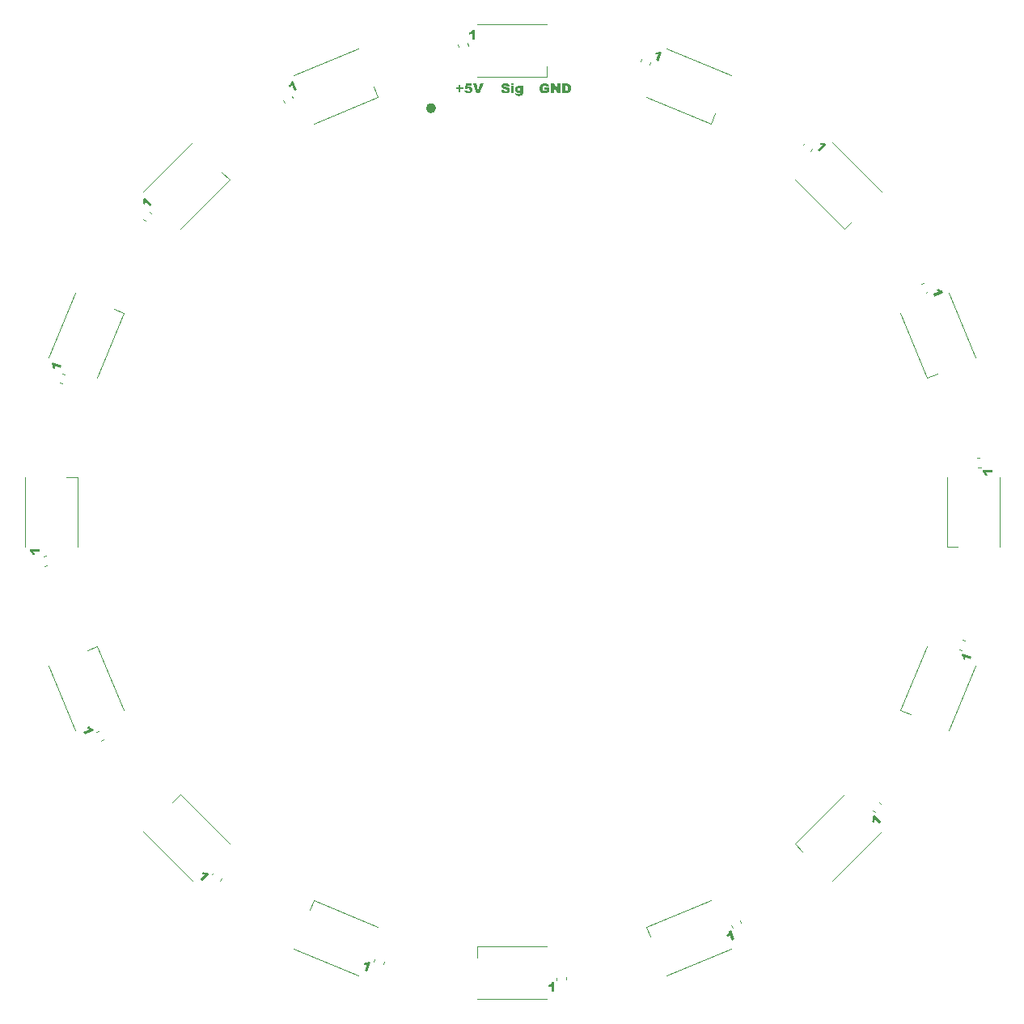
<source format=gbr>
%TF.GenerationSoftware,KiCad,Pcbnew,8.0.1*%
%TF.CreationDate,2024-08-08T22:21:18+09:00*%
%TF.ProjectId,NeoPixel-20240808,4e656f50-6978-4656-9c2d-323032343038,rev?*%
%TF.SameCoordinates,Original*%
%TF.FileFunction,Legend,Top*%
%TF.FilePolarity,Positive*%
%FSLAX46Y46*%
G04 Gerber Fmt 4.6, Leading zero omitted, Abs format (unit mm)*
G04 Created by KiCad (PCBNEW 8.0.1) date 2024-08-08 22:21:18*
%MOMM*%
%LPD*%
G01*
G04 APERTURE LIST*
G04 Aperture macros list*
%AMRoundRect*
0 Rectangle with rounded corners*
0 $1 Rounding radius*
0 $2 $3 $4 $5 $6 $7 $8 $9 X,Y pos of 4 corners*
0 Add a 4 corners polygon primitive as box body*
4,1,4,$2,$3,$4,$5,$6,$7,$8,$9,$2,$3,0*
0 Add four circle primitives for the rounded corners*
1,1,$1+$1,$2,$3*
1,1,$1+$1,$4,$5*
1,1,$1+$1,$6,$7*
1,1,$1+$1,$8,$9*
0 Add four rect primitives between the rounded corners*
20,1,$1+$1,$2,$3,$4,$5,0*
20,1,$1+$1,$4,$5,$6,$7,0*
20,1,$1+$1,$6,$7,$8,$9,0*
20,1,$1+$1,$8,$9,$2,$3,0*%
%AMRotRect*
0 Rectangle, with rotation*
0 The origin of the aperture is its center*
0 $1 length*
0 $2 width*
0 $3 Rotation angle, in degrees counterclockwise*
0 Add horizontal line*
21,1,$1,$2,0,0,$3*%
G04 Aperture macros list end*
%ADD10C,0.550000*%
%ADD11C,0.100000*%
%ADD12C,0.150000*%
%ADD13C,0.120000*%
%ADD14O,2.400000X1.600000*%
%ADD15R,2.400000X1.600000*%
%ADD16C,3.200000*%
%ADD17RotRect,1.500000X0.900000X337.500000*%
%ADD18C,1.300000*%
%ADD19RotRect,1.500000X0.900000X315.000000*%
%ADD20RotRect,1.500000X0.900000X292.500000*%
%ADD21R,0.900000X1.500000*%
%ADD22RotRect,1.500000X0.900000X247.500000*%
%ADD23RotRect,1.500000X0.900000X225.000000*%
%ADD24RotRect,1.500000X0.900000X202.500000*%
%ADD25R,1.500000X0.900000*%
%ADD26RotRect,1.500000X0.900000X157.500000*%
%ADD27RotRect,1.500000X0.900000X135.000000*%
%ADD28RotRect,1.500000X0.900000X112.500000*%
%ADD29RotRect,1.500000X0.900000X67.500000*%
%ADD30RotRect,1.500000X0.900000X45.000000*%
%ADD31RotRect,1.500000X0.900000X22.500000*%
%ADD32RoundRect,0.225000X0.175801X-0.286738X0.303608X0.144731X-0.175801X0.286738X-0.303608X-0.144731X0*%
%ADD33RoundRect,0.225000X0.052689X-0.332188X0.335884X0.017528X-0.052689X0.332188X-0.335884X-0.017528X0*%
%ADD34RoundRect,0.225000X-0.078444X-0.327065X0.317024X-0.112344X0.078444X0.327065X-0.317024X0.112344X0*%
%ADD35RoundRect,0.225000X-0.197635X-0.272149X0.249900X-0.225112X0.197635X0.272149X-0.249900X0.225112X0*%
%ADD36RoundRect,0.225000X-0.286738X-0.175801X0.144731X-0.303608X0.286738X0.175801X-0.144731X0.303608X0*%
%ADD37RoundRect,0.225000X-0.332188X-0.052689X0.017528X-0.335884X0.332188X0.052689X-0.017528X0.335884X0*%
%ADD38RoundRect,0.225000X-0.327065X0.078444X-0.112344X-0.317024X0.327065X-0.078444X0.112344X0.317024X0*%
%ADD39RoundRect,0.225000X-0.272149X0.197635X-0.225112X-0.249900X0.272149X-0.197635X0.225112X0.249900X0*%
%ADD40RoundRect,0.225000X-0.175801X0.286738X-0.303608X-0.144731X0.175801X-0.286738X0.303608X0.144731X0*%
%ADD41RoundRect,0.225000X-0.052689X0.332188X-0.335884X-0.017528X0.052689X-0.332188X0.335884X0.017528X0*%
%ADD42RoundRect,0.225000X0.078444X0.327065X-0.317024X0.112344X-0.078444X-0.327065X0.317024X-0.112344X0*%
%ADD43RoundRect,0.225000X0.197635X0.272149X-0.249900X0.225112X-0.197635X-0.272149X0.249900X-0.225112X0*%
%ADD44RoundRect,0.225000X0.286738X0.175801X-0.144731X0.303608X-0.286738X-0.175801X0.144731X-0.303608X0*%
%ADD45RoundRect,0.225000X0.332188X0.052689X-0.017528X0.335884X-0.332188X-0.052689X0.017528X-0.335884X0*%
%ADD46RoundRect,0.225000X0.327065X-0.078444X0.112344X0.317024X-0.327065X0.078444X-0.112344X-0.317024X0*%
%ADD47RoundRect,0.225000X0.272149X-0.197635X0.225112X0.249900X-0.272149X0.197635X-0.225112X-0.249900X0*%
G04 APERTURE END LIST*
D10*
X-8225000Y42250000D02*
G75*
G02*
X-8775000Y42250000I-275000J0D01*
G01*
X-8775000Y42250000D02*
G75*
G02*
X-8225000Y42250000I275000J0D01*
G01*
D11*
G36*
X3399686Y44163262D02*
G01*
X3399686Y44397735D01*
X3880356Y44397735D01*
X3880356Y43991803D01*
X3838007Y43962072D01*
X3789235Y43930519D01*
X3742695Y43903465D01*
X3698388Y43880911D01*
X3649518Y43860284D01*
X3636113Y43855516D01*
X3587833Y43841431D01*
X3535742Y43830805D01*
X3479841Y43823639D01*
X3428894Y43820250D01*
X3384299Y43819368D01*
X3329892Y43820847D01*
X3278717Y43825283D01*
X3221572Y43834511D01*
X3169082Y43847998D01*
X3121246Y43865744D01*
X3091940Y43879940D01*
X3044992Y43909269D01*
X3002882Y43944254D01*
X2965611Y43984896D01*
X2933179Y44031195D01*
X2916818Y44060191D01*
X2895735Y44106399D01*
X2879014Y44155080D01*
X2866655Y44206233D01*
X2858658Y44259860D01*
X2855023Y44315959D01*
X2854781Y44335209D01*
X2856438Y44385227D01*
X2862804Y44442495D01*
X2873944Y44496757D01*
X2889858Y44548013D01*
X2910546Y44596265D01*
X2922680Y44619263D01*
X2950449Y44662549D01*
X2982649Y44701730D01*
X3019280Y44736806D01*
X3060341Y44767778D01*
X3105834Y44794646D01*
X3121982Y44802690D01*
X3170144Y44821533D01*
X3225085Y44835748D01*
X3277573Y44844249D01*
X3335040Y44849350D01*
X3386734Y44851003D01*
X3397488Y44851050D01*
X3447568Y44850286D01*
X3502247Y44847356D01*
X3551020Y44842226D01*
X3600454Y44833464D01*
X3647104Y44819787D01*
X3696087Y44797013D01*
X3739535Y44767465D01*
X3777450Y44731144D01*
X3784369Y44723066D01*
X3812999Y44683465D01*
X3837340Y44638299D01*
X3857392Y44587569D01*
X3866679Y44556981D01*
X3566504Y44507156D01*
X3543413Y44551370D01*
X3506243Y44586465D01*
X3503490Y44588244D01*
X3456678Y44608581D01*
X3407426Y44616134D01*
X3390649Y44616577D01*
X3336369Y44611302D01*
X3288657Y44595479D01*
X3247514Y44569107D01*
X3227495Y44549898D01*
X3198097Y44506248D01*
X3180042Y44457132D01*
X3170480Y44406192D01*
X3166916Y44356613D01*
X3166679Y44338872D01*
X3168843Y44284353D01*
X3176837Y44228561D01*
X3190721Y44181183D01*
X3213802Y44137342D01*
X3228228Y44119542D01*
X3266675Y44087782D01*
X3312772Y44066417D01*
X3366520Y44055445D01*
X3399686Y44053841D01*
X3450550Y44056406D01*
X3499093Y44064099D01*
X3546696Y44076883D01*
X3596450Y44094527D01*
X3607781Y44099026D01*
X3607781Y44163262D01*
X3399686Y44163262D01*
G37*
G36*
X4060852Y44835418D02*
G01*
X4351501Y44835418D01*
X4730810Y44271706D01*
X4730810Y44835418D01*
X5023901Y44835418D01*
X5023901Y43835000D01*
X4730810Y43835000D01*
X4353455Y44395781D01*
X4353455Y43835000D01*
X4060852Y43835000D01*
X4060852Y44835418D01*
G37*
G36*
X5740290Y44834122D02*
G01*
X5793234Y44829331D01*
X5847617Y44819535D01*
X5895465Y44805129D01*
X5911724Y44798538D01*
X5956804Y44775261D01*
X5997247Y44746923D01*
X6033054Y44713523D01*
X6050943Y44692780D01*
X6079459Y44652241D01*
X6103184Y44608107D01*
X6122117Y44560380D01*
X6130566Y44532313D01*
X6142490Y44480061D01*
X6150512Y44426070D01*
X6154367Y44376619D01*
X6155234Y44338628D01*
X6153938Y44280986D01*
X6150048Y44228410D01*
X6142232Y44173474D01*
X6130887Y44125434D01*
X6118354Y44089745D01*
X6095485Y44042389D01*
X6068096Y43999516D01*
X6036186Y43961125D01*
X6016504Y43941734D01*
X5974792Y43908374D01*
X5931172Y43882791D01*
X5885644Y43864983D01*
X5876309Y43862355D01*
X5826346Y43850387D01*
X5773021Y43841010D01*
X5722748Y43835961D01*
X5690929Y43835000D01*
X5228577Y43835000D01*
X5228577Y44600945D01*
X5539742Y44600945D01*
X5539742Y44069473D01*
X5615946Y44069473D01*
X5666320Y44071115D01*
X5715818Y44077582D01*
X5754676Y44090233D01*
X5793432Y44121305D01*
X5819156Y44163262D01*
X5833444Y44211530D01*
X5840314Y44265607D01*
X5842512Y44317936D01*
X5842603Y44332278D01*
X5840766Y44386820D01*
X5833977Y44441771D01*
X5820093Y44493123D01*
X5796665Y44536297D01*
X5790335Y44543792D01*
X5751094Y44573931D01*
X5704276Y44591513D01*
X5653511Y44599550D01*
X5617411Y44600945D01*
X5539742Y44600945D01*
X5228577Y44600945D01*
X5228577Y44835418D01*
X5690929Y44835418D01*
X5740290Y44834122D01*
G37*
G36*
X-5885589Y44444630D02*
G01*
X-5622539Y44444630D01*
X-5622539Y44710366D01*
X-5400523Y44710366D01*
X-5400523Y44444630D01*
X-5136008Y44444630D01*
X-5136008Y44225788D01*
X-5400523Y44225788D01*
X-5400523Y43960052D01*
X-5622539Y43960052D01*
X-5622539Y44225788D01*
X-5885589Y44225788D01*
X-5885589Y44444630D01*
G37*
G36*
X-4877599Y44835418D02*
G01*
X-4213258Y44835418D01*
X-4213258Y44600945D01*
X-4663153Y44600945D01*
X-4687333Y44459528D01*
X-4640927Y44480411D01*
X-4595010Y44495188D01*
X-4546757Y44504526D01*
X-4504640Y44507156D01*
X-4449954Y44503970D01*
X-4399287Y44494413D01*
X-4352639Y44478485D01*
X-4303294Y44451849D01*
X-4259420Y44416542D01*
X-4222685Y44374654D01*
X-4194972Y44328278D01*
X-4176282Y44277415D01*
X-4166615Y44222063D01*
X-4165142Y44188419D01*
X-4168987Y44134613D01*
X-4180521Y44082004D01*
X-4199744Y44030594D01*
X-4213747Y44002550D01*
X-4240461Y43960601D01*
X-4276572Y43919686D01*
X-4319097Y43885417D01*
X-4351011Y43866263D01*
X-4398577Y43845746D01*
X-4452372Y43831092D01*
X-4504551Y43823077D01*
X-4561499Y43819551D01*
X-4578645Y43819368D01*
X-4632458Y43820894D01*
X-4681788Y43825473D01*
X-4731343Y43834141D01*
X-4749615Y43838663D01*
X-4795968Y43854180D01*
X-4840808Y43876242D01*
X-4870516Y43896304D01*
X-4907737Y43929113D01*
X-4940969Y43968143D01*
X-4951116Y43983011D01*
X-4974585Y44026452D01*
X-4993172Y44073564D01*
X-5002651Y44104155D01*
X-4719573Y44131999D01*
X-4705315Y44083967D01*
X-4676082Y44042812D01*
X-4671458Y44038698D01*
X-4627167Y44013923D01*
X-4581332Y44006946D01*
X-4531061Y44015640D01*
X-4489698Y44041722D01*
X-4484856Y44046514D01*
X-4458810Y44088568D01*
X-4448094Y44136448D01*
X-4446754Y44164483D01*
X-4451314Y44214648D01*
X-4468461Y44260837D01*
X-4485345Y44282208D01*
X-4526929Y44309031D01*
X-4575909Y44319249D01*
X-4587682Y44319577D01*
X-4637313Y44312613D01*
X-4666084Y44301748D01*
X-4707360Y44274136D01*
X-4727878Y44255097D01*
X-4966014Y44285872D01*
X-4877599Y44835418D01*
G37*
G36*
X-4112141Y44835418D02*
G01*
X-3786566Y44835418D01*
X-3559908Y44115390D01*
X-3336670Y44835418D01*
X-3020620Y44835418D01*
X-3394312Y43835000D01*
X-3731611Y43835000D01*
X-4112141Y44835418D01*
G37*
G36*
X-1155756Y44175230D02*
G01*
X-859734Y44194525D01*
X-849773Y44143452D01*
X-831033Y44096455D01*
X-820655Y44080464D01*
X-782698Y44044448D01*
X-734986Y44023382D01*
X-683146Y44017205D01*
X-634049Y44022284D01*
X-587566Y44042480D01*
X-580564Y44047979D01*
X-550382Y44088054D01*
X-544416Y44119542D01*
X-559247Y44166616D01*
X-578854Y44188419D01*
X-621632Y44212660D01*
X-668816Y44228782D01*
X-722824Y44242658D01*
X-738101Y44246060D01*
X-787438Y44257830D01*
X-843957Y44273872D01*
X-894752Y44291394D01*
X-939822Y44310394D01*
X-986351Y44335147D01*
X-1030215Y44366716D01*
X-1064476Y44401722D01*
X-1093327Y44446594D01*
X-1111187Y44496656D01*
X-1118057Y44551908D01*
X-1118143Y44559180D01*
X-1112832Y44611063D01*
X-1096901Y44660927D01*
X-1073202Y44704504D01*
X-1040677Y44744384D01*
X-999280Y44778540D01*
X-954436Y44804386D01*
X-937891Y44811971D01*
X-888524Y44829068D01*
X-838465Y44840021D01*
X-782001Y44847233D01*
X-728506Y44850439D01*
X-690229Y44851050D01*
X-632103Y44849320D01*
X-578474Y44844133D01*
X-529340Y44835486D01*
X-476315Y44820546D01*
X-429763Y44800625D01*
X-395916Y44780219D01*
X-355498Y44745234D01*
X-322934Y44702254D01*
X-298223Y44651281D01*
X-283294Y44601226D01*
X-275260Y44555027D01*
X-568596Y44538419D01*
X-582354Y44585718D01*
X-610908Y44627773D01*
X-617689Y44633674D01*
X-662202Y44656022D01*
X-712872Y44663355D01*
X-721004Y44663471D01*
X-771101Y44657061D01*
X-802825Y44640757D01*
X-828871Y44599302D01*
X-830180Y44585558D01*
X-807466Y44542815D01*
X-760094Y44520559D01*
X-708259Y44507479D01*
X-703174Y44506423D01*
X-653997Y44495592D01*
X-597614Y44481990D01*
X-546883Y44468315D01*
X-493469Y44451812D01*
X-441440Y44432428D01*
X-411059Y44418496D01*
X-365151Y44391791D01*
X-323114Y44358131D01*
X-290523Y44320274D01*
X-282588Y44308098D01*
X-259643Y44260913D01*
X-246223Y44210034D01*
X-242288Y44160575D01*
X-246538Y44107879D01*
X-259289Y44057501D01*
X-280541Y44009441D01*
X-296021Y43983743D01*
X-329490Y43941360D01*
X-369720Y43905158D01*
X-411158Y43878169D01*
X-445742Y43861133D01*
X-496880Y43842861D01*
X-546786Y43831155D01*
X-601506Y43823447D01*
X-652242Y43820021D01*
X-688031Y43819368D01*
X-749798Y43820936D01*
X-806626Y43825642D01*
X-858516Y43833484D01*
X-916434Y43847699D01*
X-966637Y43866815D01*
X-1016694Y43896224D01*
X-1043893Y43919752D01*
X-1077965Y43959394D01*
X-1105991Y44002848D01*
X-1127973Y44050114D01*
X-1143910Y44101194D01*
X-1153802Y44156085D01*
X-1155756Y44175230D01*
G37*
G36*
X-99650Y44835418D02*
G01*
X180007Y44835418D01*
X180007Y44647840D01*
X-99650Y44647840D01*
X-99650Y44835418D01*
G37*
G36*
X-99650Y44569682D02*
G01*
X180007Y44569682D01*
X180007Y43835000D01*
X-99650Y43835000D01*
X-99650Y44569682D01*
G37*
G36*
X670101Y44582690D02*
G01*
X718614Y44573743D01*
X760084Y44558447D01*
X803922Y44531011D01*
X842242Y44495383D01*
X863643Y44470031D01*
X863643Y44569682D01*
X1125471Y44569682D01*
X1125471Y43876521D01*
X1126204Y43844036D01*
X1122082Y43793123D01*
X1109718Y43744065D01*
X1096895Y43712390D01*
X1072348Y43668861D01*
X1039555Y43629302D01*
X1019226Y43611273D01*
X975620Y43583307D01*
X927712Y43563862D01*
X896371Y43555341D01*
X847690Y43546197D01*
X794763Y43540439D01*
X743498Y43538153D01*
X725646Y43538000D01*
X672843Y43539038D01*
X612894Y43543255D01*
X559671Y43550716D01*
X504682Y43563951D01*
X452770Y43585296D01*
X423762Y43604434D01*
X387858Y43640353D01*
X359728Y43687513D01*
X345623Y43735435D01*
X341696Y43781999D01*
X343161Y43819368D01*
X614271Y43788105D01*
X641891Y43746118D01*
X645778Y43743653D01*
X693222Y43727714D01*
X723448Y43725579D01*
X773472Y43732341D01*
X813817Y43756353D01*
X837258Y43802079D01*
X843742Y43854628D01*
X843859Y43864064D01*
X843859Y43969577D01*
X807742Y43932692D01*
X766465Y43902787D01*
X761305Y43899968D01*
X715734Y43880778D01*
X667681Y43869554D01*
X621843Y43866263D01*
X568963Y43870771D01*
X520050Y43884295D01*
X475105Y43906835D01*
X434127Y43938391D01*
X397115Y43978963D01*
X385660Y43994490D01*
X360725Y44037141D01*
X341915Y44085378D01*
X329230Y44139202D01*
X323230Y44189783D01*
X322216Y44219193D01*
X600593Y44219193D01*
X604576Y44166538D01*
X619553Y44117482D01*
X634299Y44094385D01*
X673317Y44063977D01*
X722959Y44053841D01*
X770831Y44064344D01*
X810398Y44095851D01*
X834608Y44140958D01*
X844568Y44192569D01*
X845813Y44222857D01*
X842188Y44272068D01*
X828266Y44320795D01*
X808688Y44352794D01*
X770288Y44385052D01*
X721401Y44397691D01*
X718074Y44397735D01*
X669958Y44387355D01*
X632589Y44356214D01*
X610717Y44309671D01*
X602124Y44258475D01*
X600593Y44219193D01*
X322216Y44219193D01*
X321668Y44235069D01*
X323678Y44286512D01*
X331394Y44343001D01*
X344898Y44393771D01*
X364189Y44438822D01*
X394011Y44484154D01*
X403978Y44495676D01*
X442526Y44530603D01*
X485937Y44556952D01*
X534209Y44574722D01*
X587343Y44583913D01*
X619889Y44585314D01*
X670101Y44582690D01*
G37*
D12*
G36*
X15680730Y48112650D02*
G01*
X15291905Y47173942D01*
X15030375Y47282271D01*
X15284981Y47896944D01*
X15233771Y47884279D01*
X15184869Y47874944D01*
X15133742Y47868520D01*
X15129233Y47868136D01*
X15076333Y47865855D01*
X15022298Y47866840D01*
X14968826Y47870217D01*
X14956321Y47871287D01*
X15046050Y48087912D01*
X15100204Y48084518D01*
X15150695Y48084036D01*
X15204970Y48087154D01*
X15254257Y48094235D01*
X15292534Y48103458D01*
X15339907Y48120335D01*
X15384744Y48142261D01*
X15427046Y48169235D01*
X15466813Y48201257D01*
X15680730Y48112650D01*
G37*
G36*
X32899021Y38449536D02*
G01*
X32180565Y37731080D01*
X31980399Y37931246D01*
X32450849Y38401696D01*
X32398690Y38409593D01*
X32349938Y38419682D01*
X32300245Y38433313D01*
X32295932Y38434683D01*
X32246186Y38452820D01*
X32196641Y38474408D01*
X32148532Y38497991D01*
X32137388Y38503766D01*
X32303186Y38669563D01*
X32351919Y38645703D01*
X32398382Y38625936D01*
X32449718Y38608046D01*
X32497963Y38595727D01*
X32536857Y38589600D01*
X32587082Y38587064D01*
X32636896Y38590162D01*
X32686301Y38598894D01*
X32735295Y38613261D01*
X32899021Y38449536D01*
G37*
G36*
X45108733Y22932829D02*
G01*
X44170025Y22544003D01*
X44061696Y22805532D01*
X44676369Y23060138D01*
X44631202Y23087394D01*
X44590022Y23115372D01*
X44549328Y23146982D01*
X44545868Y23149898D01*
X44506849Y23185692D01*
X44469337Y23224597D01*
X44433915Y23264795D01*
X44425829Y23274394D01*
X44642454Y23364123D01*
X44678347Y23323430D01*
X44713708Y23287387D01*
X44754291Y23251214D01*
X44794149Y23221369D01*
X44827737Y23200825D01*
X44873169Y23179261D01*
X44920377Y23163060D01*
X44969363Y23152222D01*
X45020126Y23146746D01*
X45108733Y22932829D01*
G37*
G36*
X49248949Y4375192D02*
G01*
X50265000Y4375192D01*
X50265000Y4092115D01*
X49599682Y4092115D01*
X49630980Y4049649D01*
X49658319Y4008042D01*
X49683819Y3963266D01*
X49685900Y3959247D01*
X49708251Y3911246D01*
X49728019Y3860947D01*
X49745362Y3810254D01*
X49749159Y3798291D01*
X49514685Y3798291D01*
X49497097Y3849622D01*
X49478221Y3896453D01*
X49454570Y3945404D01*
X49429167Y3988230D01*
X49405997Y4020063D01*
X49372277Y4057371D01*
X49334862Y4090405D01*
X49293753Y4119165D01*
X49248949Y4143650D01*
X49248949Y4375192D01*
G37*
G36*
X47174409Y-14804605D02*
G01*
X48113117Y-15193430D01*
X48004788Y-15454960D01*
X47390115Y-15200354D01*
X47402780Y-15251564D01*
X47412115Y-15300466D01*
X47418539Y-15351593D01*
X47418923Y-15356102D01*
X47421204Y-15409002D01*
X47420219Y-15463037D01*
X47416842Y-15516509D01*
X47415772Y-15529014D01*
X47199147Y-15439285D01*
X47202541Y-15385131D01*
X47203023Y-15334640D01*
X47199905Y-15280365D01*
X47192824Y-15231078D01*
X47183601Y-15192801D01*
X47166724Y-15145428D01*
X47144798Y-15100591D01*
X47117824Y-15058289D01*
X47085802Y-15018522D01*
X47174409Y-14804605D01*
G37*
G36*
X37917993Y-31730536D02*
G01*
X38636449Y-32448992D01*
X38436283Y-32649158D01*
X37965833Y-32178708D01*
X37957936Y-32230867D01*
X37947847Y-32279619D01*
X37934216Y-32329312D01*
X37932846Y-32333625D01*
X37914709Y-32383371D01*
X37893121Y-32432916D01*
X37869538Y-32481025D01*
X37863763Y-32492169D01*
X37697966Y-32326371D01*
X37721826Y-32277638D01*
X37741593Y-32231175D01*
X37759483Y-32179839D01*
X37771802Y-32131594D01*
X37777929Y-32092700D01*
X37780465Y-32042475D01*
X37777367Y-31992661D01*
X37768635Y-31943256D01*
X37754268Y-31894262D01*
X37917993Y-31730536D01*
G37*
G36*
X22888906Y-43825782D02*
G01*
X23277732Y-44764490D01*
X23016203Y-44872819D01*
X22761597Y-44258146D01*
X22734341Y-44303313D01*
X22706363Y-44344493D01*
X22674753Y-44385187D01*
X22671837Y-44388647D01*
X22636043Y-44427666D01*
X22597138Y-44465178D01*
X22556940Y-44500600D01*
X22547341Y-44508686D01*
X22457612Y-44292061D01*
X22498305Y-44256168D01*
X22534348Y-44220807D01*
X22570521Y-44180224D01*
X22600366Y-44140366D01*
X22620910Y-44106778D01*
X22642474Y-44061346D01*
X22658675Y-44014138D01*
X22669513Y-43965152D01*
X22674989Y-43914389D01*
X22888906Y-43825782D01*
G37*
G36*
X4375192Y-49248949D02*
G01*
X4375192Y-50265000D01*
X4092115Y-50265000D01*
X4092115Y-49599682D01*
X4049649Y-49630980D01*
X4008042Y-49658319D01*
X3963266Y-49683819D01*
X3959247Y-49685900D01*
X3911246Y-49708251D01*
X3860947Y-49728019D01*
X3810254Y-49745362D01*
X3798291Y-49749159D01*
X3798291Y-49514685D01*
X3849622Y-49497097D01*
X3896453Y-49478221D01*
X3945404Y-49454570D01*
X3988230Y-49429167D01*
X4020063Y-49405997D01*
X4057371Y-49372277D01*
X4090405Y-49334862D01*
X4119165Y-49293753D01*
X4143650Y-49248949D01*
X4375192Y-49248949D01*
G37*
G36*
X-14804605Y-47174409D02*
G01*
X-15193430Y-48113117D01*
X-15454960Y-48004788D01*
X-15200354Y-47390115D01*
X-15251564Y-47402780D01*
X-15300466Y-47412115D01*
X-15351593Y-47418539D01*
X-15356102Y-47418923D01*
X-15409002Y-47421204D01*
X-15463037Y-47420219D01*
X-15516509Y-47416842D01*
X-15529014Y-47415772D01*
X-15439285Y-47199147D01*
X-15385131Y-47202541D01*
X-15334640Y-47203023D01*
X-15280365Y-47199905D01*
X-15231078Y-47192824D01*
X-15192801Y-47183601D01*
X-15145428Y-47166724D01*
X-15100591Y-47144798D01*
X-15058289Y-47117824D01*
X-15018522Y-47085802D01*
X-14804605Y-47174409D01*
G37*
G36*
X-31730536Y-37917993D02*
G01*
X-32448992Y-38636449D01*
X-32649158Y-38436283D01*
X-32178708Y-37965833D01*
X-32230867Y-37957936D01*
X-32279619Y-37947847D01*
X-32329312Y-37934216D01*
X-32333625Y-37932846D01*
X-32383371Y-37914709D01*
X-32432916Y-37893121D01*
X-32481025Y-37869538D01*
X-32492169Y-37863763D01*
X-32326371Y-37697966D01*
X-32277638Y-37721826D01*
X-32231175Y-37741593D01*
X-32179839Y-37759483D01*
X-32131594Y-37771802D01*
X-32092700Y-37777929D01*
X-32042475Y-37780465D01*
X-31992661Y-37777367D01*
X-31943256Y-37768635D01*
X-31894262Y-37754268D01*
X-31730536Y-37917993D01*
G37*
G36*
X-43825782Y-22888906D02*
G01*
X-44764490Y-23277732D01*
X-44872819Y-23016203D01*
X-44258146Y-22761597D01*
X-44303313Y-22734341D01*
X-44344493Y-22706363D01*
X-44385187Y-22674753D01*
X-44388647Y-22671837D01*
X-44427666Y-22636043D01*
X-44465178Y-22597138D01*
X-44500600Y-22556940D01*
X-44508686Y-22547341D01*
X-44292061Y-22457612D01*
X-44256168Y-22498305D01*
X-44220807Y-22534348D01*
X-44180224Y-22570521D01*
X-44140366Y-22600366D01*
X-44106778Y-22620910D01*
X-44061346Y-22642474D01*
X-44014138Y-22658675D01*
X-43965152Y-22669513D01*
X-43914389Y-22674989D01*
X-43825782Y-22888906D01*
G37*
G36*
X-50451050Y-3924807D02*
G01*
X-49435000Y-3924807D01*
X-49435000Y-4207884D01*
X-50100317Y-4207884D01*
X-50069019Y-4250350D01*
X-50041680Y-4291957D01*
X-50016180Y-4336733D01*
X-50014099Y-4340752D01*
X-49991748Y-4388753D01*
X-49971980Y-4439052D01*
X-49954637Y-4489745D01*
X-49950840Y-4501708D01*
X-50185314Y-4501708D01*
X-50202902Y-4450377D01*
X-50221778Y-4403546D01*
X-50245429Y-4354595D01*
X-50270832Y-4311769D01*
X-50294002Y-4279936D01*
X-50327722Y-4242628D01*
X-50365137Y-4209594D01*
X-50406246Y-4180834D01*
X-50451050Y-4156349D01*
X-50451050Y-3924807D01*
G37*
G36*
X-48112650Y15680730D02*
G01*
X-47173942Y15291905D01*
X-47282271Y15030375D01*
X-47896944Y15284981D01*
X-47884279Y15233771D01*
X-47874944Y15184869D01*
X-47868520Y15133742D01*
X-47868136Y15129233D01*
X-47865855Y15076333D01*
X-47866840Y15022298D01*
X-47870217Y14968826D01*
X-47871287Y14956321D01*
X-48087912Y15046050D01*
X-48084518Y15100204D01*
X-48084036Y15150695D01*
X-48087154Y15204970D01*
X-48094235Y15254257D01*
X-48103458Y15292534D01*
X-48120335Y15339907D01*
X-48142261Y15384744D01*
X-48169235Y15427046D01*
X-48201257Y15466813D01*
X-48112650Y15680730D01*
G37*
G36*
X-38449536Y32899021D02*
G01*
X-37731080Y32180565D01*
X-37931246Y31980399D01*
X-38401696Y32450849D01*
X-38409593Y32398690D01*
X-38419682Y32349938D01*
X-38433313Y32300245D01*
X-38434683Y32295932D01*
X-38452820Y32246186D01*
X-38474408Y32196641D01*
X-38497991Y32148532D01*
X-38503766Y32137388D01*
X-38669563Y32303186D01*
X-38645703Y32351919D01*
X-38625936Y32398382D01*
X-38608046Y32449718D01*
X-38595727Y32497963D01*
X-38589600Y32536857D01*
X-38587064Y32587082D01*
X-38590162Y32636896D01*
X-38598894Y32686301D01*
X-38613261Y32735295D01*
X-38449536Y32899021D01*
G37*
G36*
X-22932829Y45108733D02*
G01*
X-22544003Y44170025D01*
X-22805532Y44061696D01*
X-23060138Y44676369D01*
X-23087394Y44631202D01*
X-23115372Y44590022D01*
X-23146982Y44549328D01*
X-23149898Y44545868D01*
X-23185692Y44506849D01*
X-23224597Y44469337D01*
X-23264795Y44433915D01*
X-23274394Y44425829D01*
X-23364123Y44642454D01*
X-23323430Y44678347D01*
X-23287387Y44713708D01*
X-23251214Y44754291D01*
X-23221369Y44794149D01*
X-23200825Y44827737D01*
X-23179261Y44873169D01*
X-23163060Y44920377D01*
X-23152222Y44969363D01*
X-23146746Y45020126D01*
X-22932829Y45108733D01*
G37*
G36*
X-3924807Y50451050D02*
G01*
X-3924807Y49435000D01*
X-4207884Y49435000D01*
X-4207884Y50100317D01*
X-4250350Y50069019D01*
X-4291957Y50041680D01*
X-4336733Y50016180D01*
X-4340752Y50014099D01*
X-4388753Y49991748D01*
X-4439052Y49971980D01*
X-4489745Y49954637D01*
X-4501708Y49950840D01*
X-4501708Y50185314D01*
X-4450377Y50202902D01*
X-4403546Y50221778D01*
X-4354595Y50245429D01*
X-4311769Y50270832D01*
X-4279936Y50294002D01*
X-4242628Y50327722D01*
X-4209594Y50365137D01*
X-4180834Y50406246D01*
X-4156349Y50451050D01*
X-3924807Y50451050D01*
G37*
D13*
%TO.C,D16*%
X16144694Y48514650D02*
X22889015Y45721061D01*
X14039935Y43433313D02*
X20784256Y40639724D01*
X20784256Y40639724D02*
X21224342Y41702185D01*
%TO.C,D15*%
X33481506Y38643385D02*
X38643385Y33481506D01*
X29592419Y34754298D02*
X34754298Y29592419D01*
X34754298Y29592419D02*
X35567471Y30405591D01*
%TO.C,D14*%
X45721061Y22889015D02*
X48514650Y16144694D01*
X40639724Y20784256D02*
X43433313Y14039935D01*
X43433313Y14039935D02*
X44495774Y14480021D01*
%TO.C,D13*%
X51000000Y3650000D02*
X51000000Y-3650000D01*
X45500000Y3650000D02*
X45500000Y-3650000D01*
X45500000Y-3650000D02*
X46650000Y-3650000D01*
%TO.C,D12*%
X48514650Y-16144694D02*
X45721061Y-22889015D01*
X43433313Y-14039935D02*
X40639724Y-20784256D01*
X40639724Y-20784256D02*
X41702185Y-21224342D01*
%TO.C,D11*%
X38643385Y-33481506D02*
X33481506Y-38643385D01*
X34754298Y-29592419D02*
X29592419Y-34754298D01*
X29592419Y-34754298D02*
X30405591Y-35567471D01*
%TO.C,D10*%
X22889015Y-45721061D02*
X16144694Y-48514650D01*
X20784256Y-40639724D02*
X14039935Y-43433313D01*
X14039935Y-43433313D02*
X14480021Y-44495774D01*
%TO.C,D9*%
X3650000Y-51000000D02*
X-3650000Y-51000000D01*
X3650000Y-45500000D02*
X-3650000Y-45500000D01*
X-3650000Y-45500000D02*
X-3650000Y-46650000D01*
%TO.C,D8*%
X-16144694Y-48514650D02*
X-22889015Y-45721061D01*
X-14039935Y-43433313D02*
X-20784256Y-40639724D01*
X-20784256Y-40639724D02*
X-21224342Y-41702185D01*
%TO.C,D7*%
X-33481506Y-38643385D02*
X-38643385Y-33481506D01*
X-29592419Y-34754298D02*
X-34754298Y-29592419D01*
X-34754298Y-29592419D02*
X-35567471Y-30405591D01*
%TO.C,D6*%
X-45721061Y-22889015D02*
X-48514650Y-16144694D01*
X-40639724Y-20784256D02*
X-43433313Y-14039935D01*
X-43433313Y-14039935D02*
X-44495774Y-14480021D01*
%TO.C,D5*%
X-51000000Y-3650000D02*
X-51000000Y3650000D01*
X-45500000Y-3650000D02*
X-45500000Y3650000D01*
X-45500000Y3650000D02*
X-46650000Y3650000D01*
%TO.C,D4*%
X-48514650Y16144694D02*
X-45721061Y22889015D01*
X-43433313Y14039935D02*
X-40639724Y20784256D01*
X-40639724Y20784256D02*
X-41702185Y21224342D01*
%TO.C,D3*%
X-38643385Y33481506D02*
X-33481506Y38643385D01*
X-34754298Y29592419D02*
X-29592419Y34754298D01*
X-29592419Y34754298D02*
X-30405591Y35567471D01*
%TO.C,D2*%
X-22889015Y45721061D02*
X-16144694Y48514650D01*
X-20784256Y40639724D02*
X-14039935Y43433313D01*
X-14039935Y43433313D02*
X-14480021Y44495774D01*
%TO.C,D1*%
X-3650000Y51000000D02*
X3650000Y51000000D01*
X-3650000Y45500000D02*
X3650000Y45500000D01*
X3650000Y45500000D02*
X3650000Y46650000D01*
%TO.C,C16*%
X13423330Y47112077D02*
X13503184Y47381659D01*
X14401326Y46822381D02*
X14481180Y47091963D01*
%TO.C,C15*%
X30430551Y38388996D02*
X30607490Y38607499D01*
X31223240Y37747089D02*
X31400179Y37965592D01*
%TO.C,C14*%
X42804995Y23821543D02*
X43052083Y23955701D01*
X43291697Y22925149D02*
X43538785Y23059307D01*
%TO.C,C13*%
X48662770Y5627472D02*
X48942389Y5656861D01*
X48769389Y4613059D02*
X49049008Y4642448D01*
%TO.C,C12*%
X47112077Y-13423330D02*
X47381659Y-13503184D01*
X46822381Y-14401326D02*
X47091963Y-14481180D01*
%TO.C,C11*%
X38388996Y-30430551D02*
X38607499Y-30607490D01*
X37747089Y-31223240D02*
X37965592Y-31400179D01*
%TO.C,C10*%
X23821543Y-42804995D02*
X23955701Y-43052083D01*
X22925149Y-43291697D02*
X23059307Y-43538785D01*
%TO.C,C9*%
X5627472Y-48662770D02*
X5656861Y-48942389D01*
X4613059Y-48769389D02*
X4642448Y-49049008D01*
%TO.C,C8*%
X-13423330Y-47112077D02*
X-13503184Y-47381659D01*
X-14401326Y-46822381D02*
X-14481180Y-47091963D01*
%TO.C,C7*%
X-30430551Y-38388996D02*
X-30607490Y-38607499D01*
X-31223240Y-37747089D02*
X-31400179Y-37965592D01*
%TO.C,C6*%
X-42804995Y-23821543D02*
X-43052083Y-23955701D01*
X-43291697Y-22925149D02*
X-43538785Y-23059307D01*
%TO.C,C5*%
X-48662770Y-5627472D02*
X-48942389Y-5656861D01*
X-48769389Y-4613059D02*
X-49049008Y-4642448D01*
%TO.C,C4*%
X-47112077Y13423330D02*
X-47381659Y13503184D01*
X-46822381Y14401326D02*
X-47091963Y14481180D01*
%TO.C,C3*%
X-38388996Y30430551D02*
X-38607499Y30607490D01*
X-37747089Y31223240D02*
X-37965592Y31400179D01*
%TO.C,C2*%
X-23821543Y42804995D02*
X-23955701Y43052083D01*
X-22925149Y43291697D02*
X-23059307Y43538785D01*
%TO.C,C1*%
X-5627472Y48662770D02*
X-5656861Y48942389D01*
X-4613059Y48769389D02*
X-4642448Y49049008D01*
%TD*%
%LPC*%
D14*
%TO.C,J1*%
X-6000000Y42250000D03*
X-3000000Y42250000D03*
X0Y42250000D03*
D15*
X3000000Y42250000D03*
X6000000Y42250000D03*
%TD*%
D16*
%TO.C,REF\u002A\u002A*%
X30052038Y-30052038D03*
%TD*%
%TO.C,REF\u002A\u002A*%
X-30052039Y-30052038D03*
%TD*%
%TO.C,REF\u002A\u002A*%
X-30052038Y30052038D03*
%TD*%
%TO.C,REF\u002A\u002A*%
X30052038Y30052038D03*
%TD*%
D17*
%TO.C,D16*%
X16832398Y47039163D03*
D18*
X19000232Y45870618D03*
D17*
X15569542Y43990360D03*
D18*
X17928718Y43283756D03*
D17*
X20096552Y42115211D03*
X21359408Y45164014D03*
%TD*%
D19*
%TO.C,D15*%
X33552217Y37017040D03*
D18*
X35107851Y35107851D03*
D19*
X31218764Y34683587D03*
D18*
X33127953Y33127953D03*
D19*
X34683587Y31218764D03*
X37017040Y33552217D03*
%TD*%
D20*
%TO.C,D14*%
X45164014Y21359408D03*
D18*
X45870618Y19000232D03*
D20*
X42115211Y20096552D03*
D18*
X43283756Y17928718D03*
D20*
X43990360Y15569542D03*
X47039163Y16832398D03*
%TD*%
D21*
%TO.C,D13*%
X49900000Y2450000D03*
D18*
X49650000Y0D03*
D21*
X46600000Y2450000D03*
D18*
X46850000Y0D03*
D21*
X46600000Y-2450000D03*
X49900000Y-2450000D03*
%TD*%
D22*
%TO.C,D12*%
X47039163Y-16832398D03*
D18*
X45870618Y-19000232D03*
D22*
X43990360Y-15569542D03*
D18*
X43283756Y-17928718D03*
D22*
X42115211Y-20096552D03*
X45164014Y-21359408D03*
%TD*%
D23*
%TO.C,D11*%
X37017040Y-33552217D03*
D18*
X35107851Y-35107851D03*
D23*
X34683587Y-31218764D03*
D18*
X33127953Y-33127953D03*
D23*
X31218764Y-34683587D03*
X33552217Y-37017040D03*
%TD*%
D24*
%TO.C,D10*%
X21359408Y-45164014D03*
D18*
X19000232Y-45870618D03*
D24*
X20096552Y-42115211D03*
D18*
X17928718Y-43283756D03*
D24*
X15569542Y-43990360D03*
X16832398Y-47039163D03*
%TD*%
D25*
%TO.C,D9*%
X2450000Y-49900000D03*
D18*
X0Y-49650000D03*
D25*
X2450000Y-46600000D03*
D18*
X0Y-46850000D03*
D25*
X-2450000Y-46600000D03*
X-2450000Y-49900000D03*
%TD*%
D26*
%TO.C,D8*%
X-16832398Y-47039163D03*
D18*
X-19000232Y-45870618D03*
D26*
X-15569542Y-43990360D03*
D18*
X-17928718Y-43283756D03*
D26*
X-20096552Y-42115211D03*
X-21359408Y-45164014D03*
%TD*%
D27*
%TO.C,D7*%
X-33552217Y-37017040D03*
D18*
X-35107851Y-35107851D03*
D27*
X-31218764Y-34683587D03*
D18*
X-33127953Y-33127953D03*
D27*
X-34683587Y-31218764D03*
X-37017040Y-33552217D03*
%TD*%
D28*
%TO.C,D6*%
X-45164014Y-21359408D03*
D18*
X-45870618Y-19000232D03*
D28*
X-42115211Y-20096552D03*
D18*
X-43283756Y-17928718D03*
D28*
X-43990360Y-15569542D03*
X-47039163Y-16832398D03*
%TD*%
D21*
%TO.C,D5*%
X-49900000Y-2450000D03*
D18*
X-49650000Y0D03*
D21*
X-46600000Y-2450000D03*
D18*
X-46850000Y0D03*
D21*
X-46600000Y2450000D03*
X-49900000Y2450000D03*
%TD*%
D29*
%TO.C,D4*%
X-47039163Y16832398D03*
D18*
X-45870618Y19000232D03*
D29*
X-43990360Y15569542D03*
D18*
X-43283756Y17928718D03*
D29*
X-42115211Y20096552D03*
X-45164014Y21359408D03*
%TD*%
D30*
%TO.C,D3*%
X-37017040Y33552217D03*
D18*
X-35107851Y35107851D03*
D30*
X-34683587Y31218764D03*
D18*
X-33127953Y33127953D03*
D30*
X-31218764Y34683587D03*
X-33552217Y37017040D03*
%TD*%
D31*
%TO.C,D2*%
X-21359408Y45164014D03*
D18*
X-19000232Y45870618D03*
D31*
X-20096552Y42115211D03*
D18*
X-17928718Y43283756D03*
D31*
X-15569542Y43990360D03*
X-16832398Y47039163D03*
%TD*%
D25*
%TO.C,D1*%
X-2450000Y49900000D03*
D18*
X0Y49650000D03*
D25*
X-2450000Y46600000D03*
D18*
X0Y46850000D03*
D25*
X2450000Y46600000D03*
X2450000Y49900000D03*
%TD*%
D32*
%TO.C,C16*%
X13732143Y46358935D03*
X14172367Y47845105D03*
%TD*%
D33*
%TO.C,C15*%
X30427642Y37575006D03*
X31403088Y38779582D03*
%TD*%
D34*
%TO.C,C14*%
X42490807Y23070627D03*
X43852973Y23810223D03*
%TD*%
D35*
%TO.C,C13*%
X48085135Y5053950D03*
X49626643Y5215970D03*
%TD*%
D36*
%TO.C,C12*%
X46358935Y-13732143D03*
X47845105Y-14172367D03*
%TD*%
D37*
%TO.C,C11*%
X37575006Y-30427642D03*
X38779582Y-31403088D03*
%TD*%
D38*
%TO.C,C10*%
X23070627Y-42490807D03*
X23810223Y-43852973D03*
%TD*%
D39*
%TO.C,C9*%
X5053950Y-48085135D03*
X5215970Y-49626643D03*
%TD*%
D40*
%TO.C,C8*%
X-13732143Y-46358935D03*
X-14172367Y-47845105D03*
%TD*%
D41*
%TO.C,C7*%
X-30427642Y-37575006D03*
X-31403088Y-38779582D03*
%TD*%
D42*
%TO.C,C6*%
X-42490807Y-23070627D03*
X-43852973Y-23810223D03*
%TD*%
D43*
%TO.C,C5*%
X-48085135Y-5053950D03*
X-49626643Y-5215970D03*
%TD*%
D44*
%TO.C,C4*%
X-46358935Y13732143D03*
X-47845105Y14172367D03*
%TD*%
D45*
%TO.C,C3*%
X-37575006Y30427642D03*
X-38779582Y31403088D03*
%TD*%
D46*
%TO.C,C2*%
X-23070627Y42490807D03*
X-23810223Y43852973D03*
%TD*%
D47*
%TO.C,C1*%
X-5053950Y48085135D03*
X-5215970Y49626643D03*
%TD*%
%LPD*%
M02*

</source>
